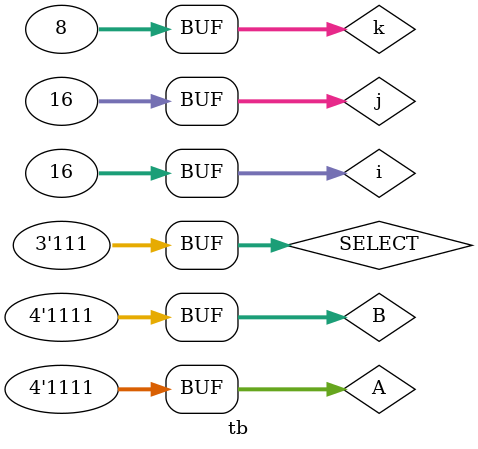
<source format=v>
module alu (output reg [4:0] out,
            input [3:0] a, b,
            input [2:0] select);
  
  always@(*)
    begin
      out = calc(a,b,select);
    end
  

  function [4:0] calc;
    input [3:0] a1, b1;
    input [2:0] s;
    
    begin
      case (s)
        3'b000 : calc = a1;
        3'b001 : calc = a1 + b1;
        3'b010 : calc = a1 - b1;
        3'b011 : calc = a1 / b1;
        3'b100 : calc = a1 % b1;
        3'b101 : calc = a1 << 1;
        3'b110 : calc = a1 >> 1;
        3'b111 : calc = a1 > b1;
      endcase
    end
  endfunction
  
endmodule  

//testbench
module tb;
  reg [3:0] A,B;
  reg [2:0] SELECT;
  wire [4:0] OUT;
  integer i,j,k;
  
  alu i1 (.a(A), .b(B), .select(SELECT), .out(OUT));
  
  initial
    begin
      A = 0;
      B = 0;
      SELECT = 0;
      
      $monitor ("time=%t | a=%d,a=%b | b=%d,b=%b | sel=%b | out=%d,out=%b", $time,A,A,B,B,SELECT,OUT,OUT);
      
      for(i=0; i<16; i=i+1)
        for(j=0; j<16; j=j+1)
          for(k=0; k<8; k=k+1)
            begin
              A = i;
              B = j;
              SELECT = k;
              #10;
            end
    end
endmodule

</source>
